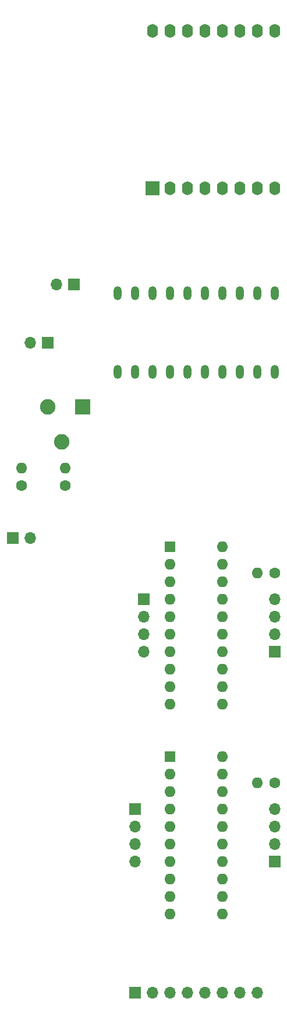
<source format=gbr>
%TF.GenerationSoftware,KiCad,Pcbnew,(5.1.10)-1*%
%TF.CreationDate,2021-11-06T15:15:10-06:00*%
%TF.ProjectId,12v_7-SegmentTriColor_Controller,3132765f-372d-4536-9567-6d656e745472,rev?*%
%TF.SameCoordinates,Original*%
%TF.FileFunction,Soldermask,Top*%
%TF.FilePolarity,Negative*%
%FSLAX46Y46*%
G04 Gerber Fmt 4.6, Leading zero omitted, Abs format (unit mm)*
G04 Created by KiCad (PCBNEW (5.1.10)-1) date 2021-11-06 15:15:10*
%MOMM*%
%LPD*%
G01*
G04 APERTURE LIST*
%ADD10O,1.700000X1.700000*%
%ADD11R,1.700000X1.700000*%
%ADD12O,1.200000X2.000000*%
%ADD13O,1.600000X1.600000*%
%ADD14C,1.600000*%
%ADD15C,2.250000*%
%ADD16R,2.250000X2.250000*%
%ADD17R,1.600000X1.600000*%
%ADD18O,1.600000X2.000000*%
%ADD19R,2.000000X2.000000*%
G04 APERTURE END LIST*
D10*
%TO.C,UBEC_Buck_12v1*%
X107950000Y-73230000D03*
D11*
X110490000Y-73230000D03*
%TD*%
D10*
%TO.C,UBEC_Buck5v1*%
X111760000Y-64770000D03*
D11*
X114300000Y-64770000D03*
%TD*%
D12*
%TO.C,LevelShifter0*%
X120650000Y-66040000D03*
X120650000Y-77470000D03*
X123190000Y-66040000D03*
X123190000Y-77470000D03*
X125730000Y-66040000D03*
X125730000Y-77470000D03*
X128270000Y-66040000D03*
X128270000Y-77470000D03*
X130810000Y-66040000D03*
X130810000Y-77470000D03*
X133350000Y-66040000D03*
X133350000Y-77470000D03*
X135890000Y-66040000D03*
X135890000Y-77470000D03*
X138430000Y-66040000D03*
X138430000Y-77470000D03*
X140970000Y-66040000D03*
X140970000Y-77470000D03*
X143510000Y-66040000D03*
X143510000Y-77470000D03*
%TD*%
D10*
%TO.C,12v_To-7-Segment0*%
X107950000Y-101600000D03*
D11*
X105410000Y-101600000D03*
%TD*%
D13*
%TO.C,Res1*%
X106680000Y-91440000D03*
D14*
X106680000Y-93980000D03*
%TD*%
D15*
%TO.C,12v_0*%
X112570000Y-87630000D03*
X110490000Y-82550000D03*
D16*
X115570000Y-82550000D03*
%TD*%
D10*
%TO.C,To_7-Segment_Red1*%
X143510000Y-110490000D03*
X143510000Y-113030000D03*
X143510000Y-115570000D03*
D11*
X143510000Y-118110000D03*
%TD*%
D10*
%TO.C,To_7-Segment_Red0*%
X124460000Y-118110000D03*
X124460000Y-115570000D03*
X124460000Y-113030000D03*
D11*
X124460000Y-110490000D03*
%TD*%
D10*
%TO.C,To_7-Segment_Green1*%
X143510000Y-140970000D03*
X143510000Y-143510000D03*
X143510000Y-146050000D03*
D11*
X143510000Y-148590000D03*
%TD*%
D10*
%TO.C,To_7-Segment_Green0*%
X123190000Y-148590000D03*
X123190000Y-146050000D03*
X123190000Y-143510000D03*
D11*
X123190000Y-140970000D03*
%TD*%
D13*
%TO.C,ShiftRegister1*%
X135890000Y-133350000D03*
X128270000Y-156210000D03*
X135890000Y-135890000D03*
X128270000Y-153670000D03*
X135890000Y-138430000D03*
X128270000Y-151130000D03*
X135890000Y-140970000D03*
X128270000Y-148590000D03*
X135890000Y-143510000D03*
X128270000Y-146050000D03*
X135890000Y-146050000D03*
X128270000Y-143510000D03*
X135890000Y-148590000D03*
X128270000Y-140970000D03*
X135890000Y-151130000D03*
X128270000Y-138430000D03*
X135890000Y-153670000D03*
X128270000Y-135890000D03*
X135890000Y-156210000D03*
D17*
X128270000Y-133350000D03*
%TD*%
D13*
%TO.C,ShiftRegister0*%
X135890000Y-102870000D03*
X128270000Y-125730000D03*
X135890000Y-105410000D03*
X128270000Y-123190000D03*
X135890000Y-107950000D03*
X128270000Y-120650000D03*
X135890000Y-110490000D03*
X128270000Y-118110000D03*
X135890000Y-113030000D03*
X128270000Y-115570000D03*
X135890000Y-115570000D03*
X128270000Y-113030000D03*
X135890000Y-118110000D03*
X128270000Y-110490000D03*
X135890000Y-120650000D03*
X128270000Y-107950000D03*
X135890000Y-123190000D03*
X128270000Y-105410000D03*
X135890000Y-125730000D03*
D17*
X128270000Y-102870000D03*
%TD*%
D13*
%TO.C,Res3*%
X140970000Y-137160000D03*
D14*
X143510000Y-137160000D03*
%TD*%
D13*
%TO.C,Res2*%
X140970000Y-106680000D03*
D14*
X143510000Y-106680000D03*
%TD*%
D13*
%TO.C,Res0*%
X113030000Y-91440000D03*
D14*
X113030000Y-93980000D03*
%TD*%
D10*
%TO.C,ExtensionPins0*%
X140970000Y-167640000D03*
X138430000Y-167640000D03*
X135890000Y-167640000D03*
X133350000Y-167640000D03*
X130810000Y-167640000D03*
X128270000Y-167640000D03*
X125730000Y-167640000D03*
D11*
X123190000Y-167640000D03*
%TD*%
D18*
%TO.C,ESP8266_0*%
X125730000Y-27940000D03*
X128270000Y-27940000D03*
X130810000Y-27940000D03*
X133350000Y-27940000D03*
X135890000Y-27940000D03*
X138430000Y-27940000D03*
X140970000Y-27940000D03*
X143510000Y-27940000D03*
X143510000Y-50800000D03*
X140970000Y-50800000D03*
X138430000Y-50800000D03*
X135890000Y-50800000D03*
X133350000Y-50800000D03*
X130810000Y-50800000D03*
D19*
X125730000Y-50800000D03*
D18*
X128270000Y-50800000D03*
%TD*%
M02*

</source>
